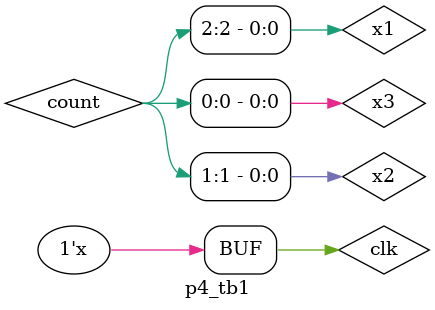
<source format=v>
/*************************
 * Derek Prince          *
 * Problem Set #5        *
 * Problem 4             *
 * Testbench             *
*************************/

`timescale 1ns/1ns
module p4_tb1();
  
  reg clk;            //clockity-clock
  reg [2:0] count;    //3-bit counter
  wire y1, y2;        //outputs
  wire x1, x2, x3;    //inputs
  
  initial begin     //initialize
    clk = 1;
    count = -1;     //avoid starting at 1
  end
  
  always #5 clk = ~clk; // generate clock signal
  always @(posedge clk) //increment
    count = count + 1;
  
  circuit_01 MUT1(y1, x1, x2, x3);  //OG circuit
  circuit_02 MUT2(y2, x1, x2, x3);  //circuit-to-be-checked
  assign x1 = count[2]; 
  assign x2 = count[1];
  assign x3 = count[0];
  
endmodule // p4_tb1
</source>
